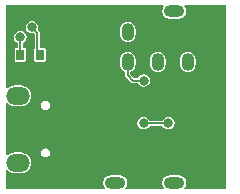
<source format=gbr>
%TF.GenerationSoftware,Altium Limited,Altium Designer,20.1.8 (145)*%
G04 Layer_Physical_Order=2*
G04 Layer_Color=16729670*
%FSLAX44Y44*%
%MOMM*%
%TF.SameCoordinates,E54140C2-77ED-4701-9F9C-26571285D32F*%
%TF.FilePolarity,Positive*%
%TF.FileFunction,Copper,L2,Bot,Signal*%
%TF.Part,Single*%
G01*
G75*
%TA.AperFunction,Conductor*%
%ADD20C,0.1270*%
%ADD21C,0.1524*%
%TA.AperFunction,ComponentPad*%
%ADD22O,2.0000X1.5000*%
G04:AMPARAMS|DCode=23|XSize=1.75mm|YSize=3.25mm|CornerRadius=0.875mm|HoleSize=0mm|Usage=FLASHONLY|Rotation=180.000|XOffset=0mm|YOffset=0mm|HoleType=Round|Shape=RoundedRectangle|*
%AMROUNDEDRECTD23*
21,1,1.7500,1.5000,0,0,180.0*
21,1,0.0000,3.2500,0,0,180.0*
1,1,1.7500,0.0000,0.7500*
1,1,1.7500,0.0000,0.7500*
1,1,1.7500,0.0000,-0.7500*
1,1,1.7500,0.0000,-0.7500*
%
%ADD23ROUNDEDRECTD23*%
%ADD24O,1.7500X3.2500*%
%ADD25O,1.7500X1.0000*%
G04:AMPARAMS|DCode=26|XSize=1.1mm|YSize=1.5mm|CornerRadius=0.55mm|HoleSize=0mm|Usage=FLASHONLY|Rotation=0.000|XOffset=0mm|YOffset=0mm|HoleType=Round|Shape=RoundedRectangle|*
%AMROUNDEDRECTD26*
21,1,1.1000,0.4000,0,0,0.0*
21,1,0.0000,1.5000,0,0,0.0*
1,1,1.1000,0.0000,-0.2000*
1,1,1.1000,0.0000,-0.2000*
1,1,1.1000,0.0000,0.2000*
1,1,1.1000,0.0000,0.2000*
%
%ADD26ROUNDEDRECTD26*%
%TA.AperFunction,ViaPad*%
%ADD27C,0.8000*%
%ADD28C,0.8000*%
%TA.AperFunction,SMDPad,CuDef*%
G04:AMPARAMS|DCode=29|XSize=0.9mm|YSize=0.7mm|CornerRadius=0.0035mm|HoleSize=0mm|Usage=FLASHONLY|Rotation=90.000|XOffset=0mm|YOffset=0mm|HoleType=Round|Shape=RoundedRectangle|*
%AMROUNDEDRECTD29*
21,1,0.9000,0.6930,0,0,90.0*
21,1,0.8930,0.7000,0,0,90.0*
1,1,0.0070,0.3465,0.4465*
1,1,0.0070,0.3465,-0.4465*
1,1,0.0070,-0.3465,-0.4465*
1,1,0.0070,-0.3465,0.4465*
%
%ADD29ROUNDEDRECTD29*%
G36*
X10218187Y10001813D02*
X10183469D01*
X10182919Y10003337D01*
X10184066Y10005054D01*
X10184553Y10007500D01*
X10184066Y10009946D01*
X10182681Y10012020D01*
X10180607Y10013406D01*
X10178160Y10013893D01*
X10170660D01*
X10168214Y10013406D01*
X10166140Y10012020D01*
X10164754Y10009946D01*
X10164267Y10007500D01*
X10164754Y10005054D01*
X10165901Y10003337D01*
X10165352Y10001813D01*
X10133469D01*
X10132919Y10003337D01*
X10134066Y10005054D01*
X10134553Y10007500D01*
X10134066Y10009946D01*
X10132681Y10012020D01*
X10130607Y10013406D01*
X10128160Y10013893D01*
X10120660D01*
X10118214Y10013406D01*
X10116140Y10012020D01*
X10114754Y10009946D01*
X10114267Y10007500D01*
X10114754Y10005054D01*
X10115901Y10003337D01*
X10115352Y10001813D01*
X10031813D01*
Y10017753D01*
X10032456Y10017971D01*
X10033337Y10018138D01*
X10035051Y10016824D01*
X10037184Y10015940D01*
X10039473Y10015638D01*
X10044473D01*
X10046763Y10015940D01*
X10048896Y10016824D01*
X10050728Y10018229D01*
X10052134Y10020062D01*
X10053018Y10022195D01*
X10053319Y10024484D01*
X10053018Y10026774D01*
X10052134Y10028907D01*
X10050728Y10030739D01*
X10048896Y10032145D01*
X10046763Y10033029D01*
X10044473Y10033330D01*
X10039473D01*
X10037184Y10033029D01*
X10035051Y10032145D01*
X10033337Y10030830D01*
X10032456Y10030998D01*
X10031813Y10031216D01*
Y10074352D01*
X10032456Y10074571D01*
X10033337Y10074739D01*
X10035051Y10073423D01*
X10037184Y10072540D01*
X10039473Y10072239D01*
X10044473D01*
X10046763Y10072540D01*
X10048896Y10073423D01*
X10050728Y10074830D01*
X10052134Y10076661D01*
X10053018Y10078795D01*
X10053319Y10081085D01*
X10053018Y10083373D01*
X10052134Y10085507D01*
X10050728Y10087339D01*
X10048896Y10088745D01*
X10046763Y10089628D01*
X10044473Y10089930D01*
X10039473D01*
X10037184Y10089628D01*
X10035051Y10088745D01*
X10033337Y10087430D01*
X10032456Y10087598D01*
X10031813Y10087816D01*
Y10158187D01*
X10165352Y10158187D01*
X10165901Y10156663D01*
X10164754Y10154946D01*
X10164267Y10152500D01*
X10164754Y10150054D01*
X10166140Y10147980D01*
X10168214Y10146594D01*
X10170660Y10146107D01*
X10178160D01*
X10180607Y10146594D01*
X10182681Y10147980D01*
X10184066Y10150054D01*
X10184553Y10152500D01*
X10184066Y10154946D01*
X10182919Y10156663D01*
X10183469Y10158187D01*
X10218187D01*
Y10001813D01*
D02*
G37*
%LPC*%
G36*
X10134987Y10143904D02*
X10133219Y10143671D01*
X10131572Y10142989D01*
X10130158Y10141904D01*
X10129073Y10140490D01*
X10128391Y10138843D01*
X10128158Y10137075D01*
Y10133076D01*
X10128391Y10131308D01*
X10129073Y10129661D01*
X10130158Y10128247D01*
X10131572Y10127162D01*
X10133219Y10126479D01*
X10134987Y10126247D01*
X10136754Y10126479D01*
X10138401Y10127162D01*
X10139815Y10128247D01*
X10140900Y10129661D01*
X10141582Y10131308D01*
X10141815Y10133076D01*
Y10137075D01*
X10141582Y10138843D01*
X10140900Y10140490D01*
X10139815Y10141904D01*
X10138401Y10142989D01*
X10136754Y10143671D01*
X10134987Y10143904D01*
D02*
G37*
G36*
X10054046Y10144557D02*
X10051990Y10144148D01*
X10050247Y10142983D01*
X10049081Y10141240D01*
X10048672Y10139183D01*
X10049081Y10137128D01*
X10050247Y10135384D01*
X10051990Y10134219D01*
X10054046Y10133810D01*
X10055321Y10134064D01*
X10056696Y10132959D01*
X10056720Y10132907D01*
Y10121600D01*
X10056212Y10121390D01*
X10055798Y10120391D01*
Y10111461D01*
X10056212Y10110462D01*
X10057211Y10110048D01*
X10064141D01*
X10065140Y10110462D01*
X10065554Y10111461D01*
Y10120391D01*
X10065140Y10121390D01*
X10064141Y10121804D01*
X10060605D01*
Y10134567D01*
X10060457Y10135310D01*
X10060036Y10135941D01*
X10058945Y10137031D01*
X10059010Y10137128D01*
X10059419Y10139183D01*
X10059010Y10141240D01*
X10057845Y10142983D01*
X10056102Y10144148D01*
X10054046Y10144557D01*
D02*
G37*
G36*
X10044176Y10135909D02*
X10042120Y10135500D01*
X10040377Y10134335D01*
X10039212Y10132592D01*
X10038803Y10130536D01*
X10039212Y10128480D01*
X10040377Y10126736D01*
X10042120Y10125572D01*
X10042234Y10125549D01*
Y10121804D01*
X10040711D01*
X10039712Y10121390D01*
X10039299Y10120391D01*
Y10111461D01*
X10039712Y10110462D01*
X10040711Y10110048D01*
X10047641D01*
X10048640Y10110462D01*
X10049053Y10111461D01*
Y10120391D01*
X10048640Y10121390D01*
X10047641Y10121804D01*
X10046118D01*
Y10125549D01*
X10046232Y10125572D01*
X10047975Y10126736D01*
X10049140Y10128480D01*
X10049549Y10130536D01*
X10049140Y10132592D01*
X10047975Y10134335D01*
X10046232Y10135500D01*
X10044176Y10135909D01*
D02*
G37*
G36*
X10185787Y10118504D02*
X10184019Y10118271D01*
X10182372Y10117589D01*
X10180958Y10116504D01*
X10179873Y10115090D01*
X10179191Y10113443D01*
X10178958Y10111675D01*
Y10107676D01*
X10179191Y10105908D01*
X10179873Y10104261D01*
X10180958Y10102847D01*
X10182372Y10101762D01*
X10184019Y10101080D01*
X10185787Y10100847D01*
X10187554Y10101080D01*
X10189201Y10101762D01*
X10190615Y10102847D01*
X10191700Y10104261D01*
X10192382Y10105908D01*
X10192615Y10107676D01*
Y10111675D01*
X10192382Y10113443D01*
X10191700Y10115090D01*
X10190615Y10116504D01*
X10189201Y10117589D01*
X10187554Y10118271D01*
X10185787Y10118504D01*
D02*
G37*
G36*
X10160386D02*
X10158619Y10118271D01*
X10156972Y10117589D01*
X10155558Y10116504D01*
X10154473Y10115090D01*
X10153791Y10113443D01*
X10153558Y10111675D01*
Y10107676D01*
X10153791Y10105908D01*
X10154473Y10104261D01*
X10155558Y10102847D01*
X10156972Y10101762D01*
X10158619Y10101080D01*
X10160386Y10100847D01*
X10162154Y10101080D01*
X10163801Y10101762D01*
X10165215Y10102847D01*
X10166300Y10104261D01*
X10166982Y10105908D01*
X10167215Y10107676D01*
Y10111675D01*
X10166982Y10113443D01*
X10166300Y10115090D01*
X10165215Y10116504D01*
X10163801Y10117589D01*
X10162154Y10118271D01*
X10160386Y10118504D01*
D02*
G37*
G36*
X10134987D02*
X10133219Y10118271D01*
X10131572Y10117589D01*
X10130158Y10116504D01*
X10129073Y10115090D01*
X10128391Y10113443D01*
X10128158Y10111675D01*
Y10107676D01*
X10128391Y10105908D01*
X10129073Y10104261D01*
X10130158Y10102847D01*
X10131572Y10101762D01*
X10132915Y10101206D01*
Y10098502D01*
X10132914Y10098502D01*
X10133073Y10097709D01*
X10133522Y10097036D01*
X10138073Y10092485D01*
X10138073Y10092485D01*
X10138745Y10092036D01*
X10139538Y10091878D01*
X10139538Y10091878D01*
X10143727D01*
X10144881Y10090150D01*
X10146624Y10088986D01*
X10148680Y10088577D01*
X10150737Y10088986D01*
X10152480Y10090150D01*
X10153644Y10091893D01*
X10154054Y10093950D01*
X10153644Y10096006D01*
X10152480Y10097749D01*
X10150737Y10098914D01*
X10148680Y10099323D01*
X10146624Y10098914D01*
X10144881Y10097749D01*
X10143727Y10096022D01*
X10140396D01*
X10137058Y10099360D01*
Y10101206D01*
X10138401Y10101762D01*
X10139815Y10102847D01*
X10140900Y10104261D01*
X10141582Y10105908D01*
X10141815Y10107676D01*
Y10111675D01*
X10141582Y10113443D01*
X10140900Y10115090D01*
X10139815Y10116504D01*
X10138401Y10117589D01*
X10136754Y10118271D01*
X10134987Y10118504D01*
D02*
G37*
G36*
X10065473Y10076628D02*
X10064002Y10076335D01*
X10062755Y10075502D01*
X10061922Y10074255D01*
X10061630Y10072784D01*
X10061922Y10071313D01*
X10062755Y10070067D01*
X10064002Y10069233D01*
X10065473Y10068940D01*
X10066945Y10069233D01*
X10068192Y10070067D01*
X10069025Y10071313D01*
X10069317Y10072784D01*
X10069025Y10074255D01*
X10068192Y10075502D01*
X10066945Y10076335D01*
X10065473Y10076628D01*
D02*
G37*
G36*
X10169336Y10063299D02*
X10167280Y10062890D01*
X10165536Y10061725D01*
X10164382Y10059998D01*
X10153634D01*
X10152480Y10061725D01*
X10150737Y10062890D01*
X10148680Y10063299D01*
X10146624Y10062890D01*
X10144881Y10061725D01*
X10143716Y10059982D01*
X10143307Y10057926D01*
X10143716Y10055870D01*
X10144881Y10054127D01*
X10146624Y10052961D01*
X10148680Y10052552D01*
X10150737Y10052961D01*
X10152480Y10054127D01*
X10153634Y10055854D01*
X10164382D01*
X10165536Y10054127D01*
X10167280Y10052961D01*
X10169336Y10052552D01*
X10171392Y10052961D01*
X10173135Y10054127D01*
X10174300Y10055870D01*
X10174709Y10057926D01*
X10174300Y10059982D01*
X10173135Y10061725D01*
X10171392Y10062890D01*
X10169336Y10063299D01*
D02*
G37*
G36*
X10065473Y10036628D02*
X10064002Y10036335D01*
X10062755Y10035502D01*
X10061922Y10034255D01*
X10061630Y10032784D01*
X10061922Y10031313D01*
X10062755Y10030067D01*
X10064002Y10029233D01*
X10065473Y10028940D01*
X10066945Y10029233D01*
X10068192Y10030067D01*
X10069025Y10031313D01*
X10069317Y10032784D01*
X10069025Y10034255D01*
X10068192Y10035502D01*
X10066945Y10036335D01*
X10065473Y10036628D01*
D02*
G37*
%LPD*%
D20*
X10054046Y10139183D02*
X10058663Y10134567D01*
Y10117939D02*
X10060676Y10115926D01*
X10058663Y10117939D02*
Y10134567D01*
X10044176Y10115926D02*
Y10130536D01*
D21*
X10134987Y10098502D02*
X10139538Y10093950D01*
X10148680D02*
X10148680Y10093950D01*
X10139538Y10093950D02*
X10148680D01*
X10134987Y10098502D02*
Y10109675D01*
X10134987Y10109675D02*
X10134987Y10109675D01*
X10148680Y10057926D02*
X10169336D01*
D22*
X10041973Y10081085D02*
D03*
Y10024484D02*
D03*
D23*
X10209410Y10082500D02*
D03*
D24*
X10089410D02*
D03*
D25*
X10124410Y10152500D02*
D03*
X10174410D02*
D03*
X10149410Y10007500D02*
D03*
X10124410D02*
D03*
X10174410D02*
D03*
D26*
X10185787Y10109675D02*
D03*
X10160386D02*
D03*
X10134987D02*
D03*
X10185787Y10135076D02*
D03*
X10134987D02*
D03*
X10160386D02*
D03*
D27*
X10054046Y10139183D02*
D03*
X10044176Y10130536D02*
D03*
X10148680Y10093950D02*
D03*
X10169336Y10057926D02*
D03*
X10148680D02*
D03*
D28*
X10084329Y10129683D02*
D03*
X10111495Y10069142D02*
D03*
X10073967Y10129683D02*
D03*
X10072223Y10101834D02*
D03*
X10090976Y10035594D02*
D03*
X10083662Y10031403D02*
D03*
Y10039785D02*
D03*
X10036048Y10045954D02*
D03*
Y10037572D02*
D03*
Y10054336D02*
D03*
X10052812D02*
D03*
X10044430D02*
D03*
X10052812Y10045954D02*
D03*
Y10037572D02*
D03*
X10044430D02*
D03*
X10091171Y10050853D02*
D03*
X10044430Y10045954D02*
D03*
X10111495Y10059775D02*
D03*
X10137552Y10064426D02*
D03*
D29*
X10060676Y10115926D02*
D03*
X10044176D02*
D03*
%TF.MD5,da832b776af146ecfdfd30c52e147f23*%
M02*

</source>
